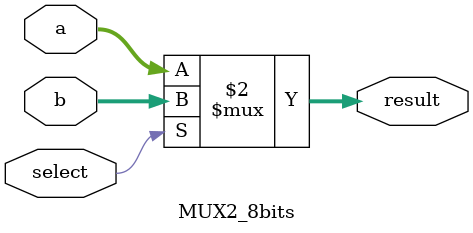
<source format=v>
module MUX2_8bits(
            input[7:0] a, 
            input[7:0] b,       //0 1
            input select,
            output[7:0] result);   // output 

assign result = select == 1'b1 ? b[7:0] : a[7:0];


endmodule
</source>
